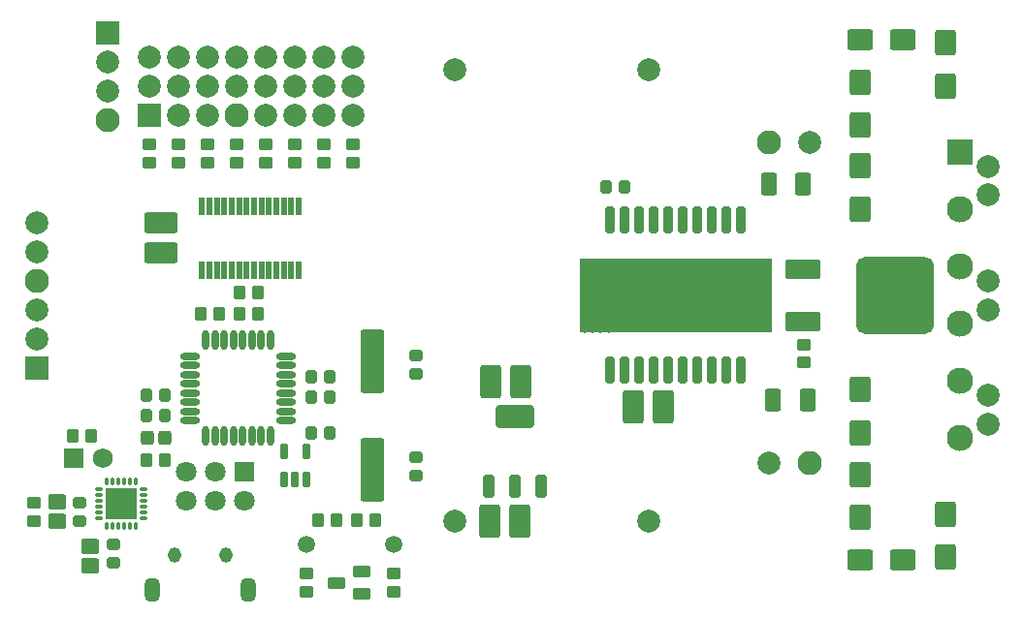
<source format=gbs>
G04 Layer_Color=16711935*
%FSLAX43Y43*%
%MOMM*%
G71*
G01*
G75*
%ADD74C,2.000*%
%ADD75C,2.103*%
G04:AMPARAMS|DCode=76|XSize=2mm|YSize=1.3mm|CornerRadius=0.41mm|HoleSize=0mm|Usage=FLASHONLY|Rotation=270.000|XOffset=0mm|YOffset=0mm|HoleType=Round|Shape=RoundedRectangle|*
%AMROUNDEDRECTD76*
21,1,2.000,0.480,0,0,270.0*
21,1,1.180,1.300,0,0,270.0*
1,1,0.820,-0.240,-0.590*
1,1,0.820,-0.240,0.590*
1,1,0.820,0.240,0.590*
1,1,0.820,0.240,-0.590*
%
%ADD76ROUNDEDRECTD76*%
%ADD77O,1.150X1.350*%
%ADD78R,1.800X1.800*%
%ADD79C,1.800*%
%ADD80C,1.500*%
%ADD81R,2.000X2.000*%
%ADD82C,0.100*%
%ADD83C,2.300*%
%ADD84R,2.300X2.300*%
%ADD85R,2.000X2.000*%
%ADD86C,1.751*%
%ADD87R,1.751X1.751*%
%ADD88C,0.800*%
G04:AMPARAMS|DCode=89|XSize=1.1mm|YSize=1.5mm|CornerRadius=0.175mm|HoleSize=0mm|Usage=FLASHONLY|Rotation=90.000|XOffset=0mm|YOffset=0mm|HoleType=Round|Shape=RoundedRectangle|*
%AMROUNDEDRECTD89*
21,1,1.100,1.150,0,0,90.0*
21,1,0.750,1.500,0,0,90.0*
1,1,0.350,0.575,0.375*
1,1,0.350,0.575,-0.375*
1,1,0.350,-0.575,-0.375*
1,1,0.350,-0.575,0.375*
%
%ADD89ROUNDEDRECTD89*%
G04:AMPARAMS|DCode=90|XSize=1.7mm|YSize=3.1mm|CornerRadius=0.25mm|HoleSize=0mm|Usage=FLASHONLY|Rotation=90.000|XOffset=0mm|YOffset=0mm|HoleType=Round|Shape=RoundedRectangle|*
%AMROUNDEDRECTD90*
21,1,1.700,2.600,0,0,90.0*
21,1,1.200,3.100,0,0,90.0*
1,1,0.500,1.300,0.600*
1,1,0.500,1.300,-0.600*
1,1,0.500,-1.300,-0.600*
1,1,0.500,-1.300,0.600*
%
%ADD90ROUNDEDRECTD90*%
G04:AMPARAMS|DCode=91|XSize=6.8mm|YSize=6.8mm|CornerRadius=0.887mm|HoleSize=0mm|Usage=FLASHONLY|Rotation=90.000|XOffset=0mm|YOffset=0mm|HoleType=Round|Shape=RoundedRectangle|*
%AMROUNDEDRECTD91*
21,1,6.800,5.025,0,0,90.0*
21,1,5.025,6.800,0,0,90.0*
1,1,1.775,2.513,2.513*
1,1,1.775,2.513,-2.513*
1,1,1.775,-2.513,-2.513*
1,1,1.775,-2.513,2.513*
%
%ADD91ROUNDEDRECTD91*%
%ADD92R,2.780X2.780*%
%ADD93O,0.700X0.300*%
%ADD94O,0.300X0.700*%
G04:AMPARAMS|DCode=95|XSize=5.6mm|YSize=2.1mm|CornerRadius=0.3mm|HoleSize=0mm|Usage=FLASHONLY|Rotation=90.000|XOffset=0mm|YOffset=0mm|HoleType=Round|Shape=RoundedRectangle|*
%AMROUNDEDRECTD95*
21,1,5.600,1.500,0,0,90.0*
21,1,5.000,2.100,0,0,90.0*
1,1,0.600,0.750,2.500*
1,1,0.600,0.750,-2.500*
1,1,0.600,-0.750,-2.500*
1,1,0.600,-0.750,2.500*
%
%ADD95ROUNDEDRECTD95*%
G04:AMPARAMS|DCode=96|XSize=1.04mm|YSize=1.13mm|CornerRadius=0.168mm|HoleSize=0mm|Usage=FLASHONLY|Rotation=180.000|XOffset=0mm|YOffset=0mm|HoleType=Round|Shape=RoundedRectangle|*
%AMROUNDEDRECTD96*
21,1,1.040,0.795,0,0,180.0*
21,1,0.705,1.130,0,0,180.0*
1,1,0.335,-0.352,0.398*
1,1,0.335,0.352,0.398*
1,1,0.335,0.352,-0.398*
1,1,0.335,-0.352,-0.398*
%
%ADD96ROUNDEDRECTD96*%
G04:AMPARAMS|DCode=97|XSize=1.04mm|YSize=1.13mm|CornerRadius=0.168mm|HoleSize=0mm|Usage=FLASHONLY|Rotation=90.000|XOffset=0mm|YOffset=0mm|HoleType=Round|Shape=RoundedRectangle|*
%AMROUNDEDRECTD97*
21,1,1.040,0.795,0,0,90.0*
21,1,0.705,1.130,0,0,90.0*
1,1,0.335,0.398,0.352*
1,1,0.335,0.398,-0.352*
1,1,0.335,-0.398,-0.352*
1,1,0.335,-0.398,0.352*
%
%ADD97ROUNDEDRECTD97*%
G04:AMPARAMS|DCode=98|XSize=0.81mm|YSize=2.29mm|CornerRadius=0.139mm|HoleSize=0mm|Usage=FLASHONLY|Rotation=0.000|XOffset=0mm|YOffset=0mm|HoleType=Round|Shape=RoundedRectangle|*
%AMROUNDEDRECTD98*
21,1,0.810,2.013,0,0,0.0*
21,1,0.532,2.290,0,0,0.0*
1,1,0.278,0.266,-1.006*
1,1,0.278,-0.266,-1.006*
1,1,0.278,-0.266,1.006*
1,1,0.278,0.266,1.006*
%
%ADD98ROUNDEDRECTD98*%
%ADD99R,16.750X6.450*%
G04:AMPARAMS|DCode=100|XSize=1.57mm|YSize=0.51mm|CornerRadius=0.101mm|HoleSize=0mm|Usage=FLASHONLY|Rotation=270.000|XOffset=0mm|YOffset=0mm|HoleType=Round|Shape=RoundedRectangle|*
%AMROUNDEDRECTD100*
21,1,1.570,0.307,0,0,270.0*
21,1,1.367,0.510,0,0,270.0*
1,1,0.203,-0.154,-0.684*
1,1,0.203,-0.154,0.684*
1,1,0.203,0.154,0.684*
1,1,0.203,0.154,-0.684*
%
%ADD100ROUNDEDRECTD100*%
G04:AMPARAMS|DCode=101|XSize=1.86mm|YSize=2.92mm|CornerRadius=0.27mm|HoleSize=0mm|Usage=FLASHONLY|Rotation=0.000|XOffset=0mm|YOffset=0mm|HoleType=Round|Shape=RoundedRectangle|*
%AMROUNDEDRECTD101*
21,1,1.860,2.380,0,0,0.0*
21,1,1.320,2.920,0,0,0.0*
1,1,0.540,0.660,-1.190*
1,1,0.540,-0.660,-1.190*
1,1,0.540,-0.660,1.190*
1,1,0.540,0.660,1.190*
%
%ADD101ROUNDEDRECTD101*%
G04:AMPARAMS|DCode=102|XSize=1.86mm|YSize=2.92mm|CornerRadius=0.27mm|HoleSize=0mm|Usage=FLASHONLY|Rotation=270.000|XOffset=0mm|YOffset=0mm|HoleType=Round|Shape=RoundedRectangle|*
%AMROUNDEDRECTD102*
21,1,1.860,2.380,0,0,270.0*
21,1,1.320,2.920,0,0,270.0*
1,1,0.540,-1.190,-0.660*
1,1,0.540,-1.190,0.660*
1,1,0.540,1.190,0.660*
1,1,0.540,1.190,-0.660*
%
%ADD102ROUNDEDRECTD102*%
G04:AMPARAMS|DCode=103|XSize=1.31mm|YSize=1.56mm|CornerRadius=0.201mm|HoleSize=0mm|Usage=FLASHONLY|Rotation=90.000|XOffset=0mm|YOffset=0mm|HoleType=Round|Shape=RoundedRectangle|*
%AMROUNDEDRECTD103*
21,1,1.310,1.157,0,0,90.0*
21,1,0.907,1.560,0,0,90.0*
1,1,0.403,0.579,0.454*
1,1,0.403,0.579,-0.454*
1,1,0.403,-0.579,-0.454*
1,1,0.403,-0.579,0.454*
%
%ADD103ROUNDEDRECTD103*%
G04:AMPARAMS|DCode=104|XSize=1.84mm|YSize=2.27mm|CornerRadius=0.268mm|HoleSize=0mm|Usage=FLASHONLY|Rotation=0.000|XOffset=0mm|YOffset=0mm|HoleType=Round|Shape=RoundedRectangle|*
%AMROUNDEDRECTD104*
21,1,1.840,1.735,0,0,0.0*
21,1,1.305,2.270,0,0,0.0*
1,1,0.535,0.652,-0.868*
1,1,0.535,-0.652,-0.868*
1,1,0.535,-0.652,0.868*
1,1,0.535,0.652,0.868*
%
%ADD104ROUNDEDRECTD104*%
G04:AMPARAMS|DCode=105|XSize=1.84mm|YSize=2.27mm|CornerRadius=0.268mm|HoleSize=0mm|Usage=FLASHONLY|Rotation=270.000|XOffset=0mm|YOffset=0mm|HoleType=Round|Shape=RoundedRectangle|*
%AMROUNDEDRECTD105*
21,1,1.840,1.735,0,0,270.0*
21,1,1.305,2.270,0,0,270.0*
1,1,0.535,-0.868,-0.652*
1,1,0.535,-0.868,0.652*
1,1,0.535,0.868,0.652*
1,1,0.535,0.868,-0.652*
%
%ADD105ROUNDEDRECTD105*%
G04:AMPARAMS|DCode=106|XSize=1.38mm|YSize=1.97mm|CornerRadius=0.21mm|HoleSize=0mm|Usage=FLASHONLY|Rotation=180.000|XOffset=0mm|YOffset=0mm|HoleType=Round|Shape=RoundedRectangle|*
%AMROUNDEDRECTD106*
21,1,1.380,1.550,0,0,180.0*
21,1,0.960,1.970,0,0,180.0*
1,1,0.420,-0.480,0.775*
1,1,0.420,0.480,0.775*
1,1,0.420,0.480,-0.775*
1,1,0.420,-0.480,-0.775*
%
%ADD106ROUNDEDRECTD106*%
G04:AMPARAMS|DCode=107|XSize=1.15mm|YSize=1.17mm|CornerRadius=0.181mm|HoleSize=0mm|Usage=FLASHONLY|Rotation=180.000|XOffset=0mm|YOffset=0mm|HoleType=Round|Shape=RoundedRectangle|*
%AMROUNDEDRECTD107*
21,1,1.150,0.807,0,0,180.0*
21,1,0.787,1.170,0,0,180.0*
1,1,0.362,-0.394,0.404*
1,1,0.362,0.394,0.404*
1,1,0.362,0.394,-0.404*
1,1,0.362,-0.394,-0.404*
%
%ADD107ROUNDEDRECTD107*%
G04:AMPARAMS|DCode=108|XSize=3.37mm|YSize=1.95mm|CornerRadius=0.281mm|HoleSize=0mm|Usage=FLASHONLY|Rotation=180.000|XOffset=0mm|YOffset=0mm|HoleType=Round|Shape=RoundedRectangle|*
%AMROUNDEDRECTD108*
21,1,3.370,1.387,0,0,180.0*
21,1,2.808,1.950,0,0,180.0*
1,1,0.563,-1.404,0.694*
1,1,0.563,1.404,0.694*
1,1,0.563,1.404,-0.694*
1,1,0.563,-1.404,-0.694*
%
%ADD108ROUNDEDRECTD108*%
G04:AMPARAMS|DCode=109|XSize=1.07mm|YSize=1.95mm|CornerRadius=0.171mm|HoleSize=0mm|Usage=FLASHONLY|Rotation=180.000|XOffset=0mm|YOffset=0mm|HoleType=Round|Shape=RoundedRectangle|*
%AMROUNDEDRECTD109*
21,1,1.070,1.607,0,0,180.0*
21,1,0.728,1.950,0,0,180.0*
1,1,0.343,-0.364,0.804*
1,1,0.343,0.364,0.804*
1,1,0.343,0.364,-0.804*
1,1,0.343,-0.364,-0.804*
%
%ADD109ROUNDEDRECTD109*%
G04:AMPARAMS|DCode=110|XSize=0.71mm|YSize=1.36mm|CornerRadius=0.126mm|HoleSize=0mm|Usage=FLASHONLY|Rotation=0.000|XOffset=0mm|YOffset=0mm|HoleType=Round|Shape=RoundedRectangle|*
%AMROUNDEDRECTD110*
21,1,0.710,1.107,0,0,0.0*
21,1,0.458,1.360,0,0,0.0*
1,1,0.253,0.229,-0.554*
1,1,0.253,-0.229,-0.554*
1,1,0.253,-0.229,0.554*
1,1,0.253,0.229,0.554*
%
%ADD110ROUNDEDRECTD110*%
G04:AMPARAMS|DCode=111|XSize=1.02mm|YSize=1.18mm|CornerRadius=0.165mm|HoleSize=0mm|Usage=FLASHONLY|Rotation=0.000|XOffset=0mm|YOffset=0mm|HoleType=Round|Shape=RoundedRectangle|*
%AMROUNDEDRECTD111*
21,1,1.020,0.850,0,0,0.0*
21,1,0.690,1.180,0,0,0.0*
1,1,0.330,0.345,-0.425*
1,1,0.330,-0.345,-0.425*
1,1,0.330,-0.345,0.425*
1,1,0.330,0.345,0.425*
%
%ADD111ROUNDEDRECTD111*%
G04:AMPARAMS|DCode=112|XSize=1.02mm|YSize=1.18mm|CornerRadius=0.165mm|HoleSize=0mm|Usage=FLASHONLY|Rotation=90.000|XOffset=0mm|YOffset=0mm|HoleType=Round|Shape=RoundedRectangle|*
%AMROUNDEDRECTD112*
21,1,1.020,0.850,0,0,90.0*
21,1,0.690,1.180,0,0,90.0*
1,1,0.330,0.425,0.345*
1,1,0.330,0.425,-0.345*
1,1,0.330,-0.425,-0.345*
1,1,0.330,-0.425,0.345*
%
%ADD112ROUNDEDRECTD112*%
%ADD113O,1.750X0.650*%
%ADD114O,0.650X1.750*%
D74*
X70400Y41400D02*
D03*
X66900Y13400D02*
D03*
X56400Y47786D02*
D03*
X39400D02*
D03*
X56400Y8286D02*
D03*
X39400D02*
D03*
X2900Y34391D02*
D03*
Y26771D02*
D03*
Y24231D02*
D03*
Y31851D02*
D03*
X9150Y45890D02*
D03*
X9150Y48430D02*
D03*
X85976Y29286D02*
D03*
Y26786D02*
D03*
Y19286D02*
D03*
Y16786D02*
D03*
Y39286D02*
D03*
Y36786D02*
D03*
X15290Y43750D02*
D03*
X17830D02*
D03*
X20370Y46290D02*
D03*
X17830D02*
D03*
X15290D02*
D03*
X12750D02*
D03*
Y48830D02*
D03*
X15290D02*
D03*
X17830D02*
D03*
X20370D02*
D03*
X27990D02*
D03*
X30530D02*
D03*
X25450D02*
D03*
X22910D02*
D03*
Y46290D02*
D03*
X25450D02*
D03*
X30530D02*
D03*
X27990D02*
D03*
Y43750D02*
D03*
X30530D02*
D03*
X25450D02*
D03*
X22910D02*
D03*
D75*
X66900Y41400D02*
D03*
X70400Y13400D02*
D03*
X2900Y29311D02*
D03*
X9150Y43350D02*
D03*
X20370Y43750D02*
D03*
D76*
X21375Y2300D02*
D03*
X13025Y2300D02*
D03*
D77*
X14975Y5300D02*
D03*
X19425D02*
D03*
D78*
X21040Y12575D02*
D03*
D79*
X18500D02*
D03*
X15960D02*
D03*
X15960Y10035D02*
D03*
X18500Y10035D02*
D03*
X21040Y10035D02*
D03*
D80*
X34100Y6300D02*
D03*
X26500D02*
D03*
D81*
X2900Y21691D02*
D03*
X9150Y50970D02*
D03*
D82*
X3500Y3500D02*
D03*
Y52500D02*
D03*
X61500D02*
D03*
Y3500D02*
D03*
D83*
X83576Y20536D02*
D03*
X83576Y30536D02*
D03*
X83576Y35536D02*
D03*
X83576Y25536D02*
D03*
Y15536D02*
D03*
D84*
Y40536D02*
D03*
D85*
X12750Y43750D02*
D03*
D86*
X8670Y13800D02*
D03*
D87*
X6130D02*
D03*
D88*
X51467Y28664D02*
D03*
X50767Y28664D02*
D03*
X52167Y28664D02*
D03*
X51467Y27964D02*
D03*
X50767Y27964D02*
D03*
X52167Y27964D02*
D03*
X51467Y27264D02*
D03*
X50767Y27264D02*
D03*
X52167Y27264D02*
D03*
X51467Y26564D02*
D03*
X50767Y26564D02*
D03*
X52167Y26564D02*
D03*
Y25164D02*
D03*
Y25864D02*
D03*
X50767Y25864D02*
D03*
X51467Y25864D02*
D03*
X50767Y25164D02*
D03*
X51467Y25164D02*
D03*
X52167Y29364D02*
D03*
X50767Y29364D02*
D03*
X51467Y29364D02*
D03*
X52167Y30064D02*
D03*
X50767Y30064D02*
D03*
X51467Y30064D02*
D03*
X52167Y30764D02*
D03*
X50767Y30764D02*
D03*
X51467Y30764D02*
D03*
X52867Y30764D02*
D03*
Y30064D02*
D03*
Y29364D02*
D03*
Y25164D02*
D03*
Y25864D02*
D03*
Y26564D02*
D03*
Y27264D02*
D03*
Y27964D02*
D03*
Y28664D02*
D03*
D89*
X29100Y2900D02*
D03*
X31300Y1950D02*
D03*
Y3850D02*
D03*
D90*
X69850Y25700D02*
D03*
Y30300D02*
D03*
D91*
X77852Y28000D02*
D03*
D92*
X10300Y9800D02*
D03*
D93*
X12250Y8550D02*
D03*
Y9050D02*
D03*
Y9550D02*
D03*
Y10050D02*
D03*
Y10550D02*
D03*
Y11050D02*
D03*
X8350D02*
D03*
Y10550D02*
D03*
Y10050D02*
D03*
Y9550D02*
D03*
Y9050D02*
D03*
Y8550D02*
D03*
D94*
X11550Y11750D02*
D03*
X11050D02*
D03*
X10550D02*
D03*
X10050D02*
D03*
X9550D02*
D03*
X9050D02*
D03*
Y7850D02*
D03*
X9550D02*
D03*
X10050D02*
D03*
X10550D02*
D03*
X11050D02*
D03*
X11550D02*
D03*
D95*
X32200Y22250D02*
D03*
Y12750D02*
D03*
D96*
X28500Y20900D02*
D03*
X26900Y20900D02*
D03*
X28500Y19100D02*
D03*
X26900Y19100D02*
D03*
X52650Y37500D02*
D03*
X54250D02*
D03*
X28500Y16000D02*
D03*
X26900Y16000D02*
D03*
X12532Y19275D02*
D03*
X14132Y19275D02*
D03*
X12532Y17503D02*
D03*
X14132D02*
D03*
D97*
X9600Y4665D02*
D03*
X9600Y6265D02*
D03*
X6700Y8300D02*
D03*
X6700Y9900D02*
D03*
X36000Y22750D02*
D03*
X36000Y21150D02*
D03*
X36000Y12250D02*
D03*
Y13850D02*
D03*
D98*
X52985Y34586D02*
D03*
X54255D02*
D03*
X55525D02*
D03*
X56795D02*
D03*
X58065D02*
D03*
X59335D02*
D03*
X60605D02*
D03*
X61875D02*
D03*
X63145D02*
D03*
X64415D02*
D03*
X52985Y21486D02*
D03*
X54255D02*
D03*
X55525D02*
D03*
X56795D02*
D03*
X58065D02*
D03*
X59335D02*
D03*
X60605D02*
D03*
X61875D02*
D03*
X63145D02*
D03*
X64415D02*
D03*
D99*
X58700Y28036D02*
D03*
D100*
X21250Y30230D02*
D03*
X21250Y35850D02*
D03*
X20600D02*
D03*
X17350D02*
D03*
X18000D02*
D03*
X18650D02*
D03*
X20600Y30230D02*
D03*
X17350D02*
D03*
X18000D02*
D03*
X18650D02*
D03*
X19300Y35850D02*
D03*
X19950D02*
D03*
X19300Y30230D02*
D03*
X19950D02*
D03*
X23850Y35850D02*
D03*
X23200D02*
D03*
X22550D02*
D03*
X21900D02*
D03*
X24500D02*
D03*
X25150D02*
D03*
X24500Y30230D02*
D03*
X21900D02*
D03*
X22550D02*
D03*
X23200D02*
D03*
X23850D02*
D03*
X25800Y35850D02*
D03*
Y30230D02*
D03*
X25150D02*
D03*
D101*
X57595Y18300D02*
D03*
X55005D02*
D03*
X45095Y8300D02*
D03*
X42505D02*
D03*
X42555Y20500D02*
D03*
X45145D02*
D03*
D102*
X13750Y31770D02*
D03*
Y34360D02*
D03*
D103*
X7610Y6105D02*
D03*
X7610Y4415D02*
D03*
X4700Y9945D02*
D03*
X4700Y8255D02*
D03*
D104*
X74800Y8620D02*
D03*
Y12380D02*
D03*
Y16020D02*
D03*
Y19780D02*
D03*
X82300Y5120D02*
D03*
Y8880D02*
D03*
X74800Y46680D02*
D03*
Y42920D02*
D03*
X82300Y50080D02*
D03*
Y46320D02*
D03*
X74800Y39330D02*
D03*
Y35570D02*
D03*
D105*
X74820Y4900D02*
D03*
X78580D02*
D03*
X74820Y50400D02*
D03*
X78580D02*
D03*
D106*
X67228Y18876D02*
D03*
X70228D02*
D03*
X66828Y37776D02*
D03*
X69828D02*
D03*
D107*
X12567Y15603D02*
D03*
X14087Y15603D02*
D03*
D108*
X44695Y17474D02*
D03*
D109*
X42384Y11376D02*
D03*
X44695Y11376D02*
D03*
X47006Y11376D02*
D03*
D110*
X26450Y11925D02*
D03*
X25500D02*
D03*
X24550Y11925D02*
D03*
X24550Y14375D02*
D03*
X26450Y14375D02*
D03*
D111*
X30900Y8400D02*
D03*
X32500Y8400D02*
D03*
X27500Y8400D02*
D03*
X29100Y8400D02*
D03*
X20600Y26425D02*
D03*
X22200Y26425D02*
D03*
X18850Y26400D02*
D03*
X17250D02*
D03*
X22200Y28250D02*
D03*
X20600D02*
D03*
X14107Y13650D02*
D03*
X12507Y13650D02*
D03*
X6100Y15703D02*
D03*
X7700Y15703D02*
D03*
D112*
X69950Y22139D02*
D03*
X69950Y23739D02*
D03*
X2675Y9875D02*
D03*
Y8275D02*
D03*
X12750Y41225D02*
D03*
Y39625D02*
D03*
X15290Y41225D02*
D03*
Y39625D02*
D03*
X26500Y2100D02*
D03*
X26500Y3700D02*
D03*
X34100Y2100D02*
D03*
X34100Y3700D02*
D03*
X17830Y41225D02*
D03*
Y39625D02*
D03*
X20370Y41225D02*
D03*
Y39625D02*
D03*
X22910Y41225D02*
D03*
Y39625D02*
D03*
X25450Y41225D02*
D03*
Y39625D02*
D03*
X27990Y41225D02*
D03*
Y39625D02*
D03*
X30530Y41225D02*
D03*
Y39625D02*
D03*
D113*
X24700Y22700D02*
D03*
X24700Y21900D02*
D03*
Y21100D02*
D03*
X24700Y20300D02*
D03*
X24700Y19500D02*
D03*
Y18700D02*
D03*
X24700Y17900D02*
D03*
X24700Y17100D02*
D03*
X16300Y17100D02*
D03*
Y17900D02*
D03*
X16300Y18700D02*
D03*
X16300Y19500D02*
D03*
X16300Y20300D02*
D03*
X16300Y21100D02*
D03*
X16300Y21900D02*
D03*
X16300Y22700D02*
D03*
D114*
X23300Y15700D02*
D03*
X22500Y15700D02*
D03*
X21700Y15700D02*
D03*
X20900Y15700D02*
D03*
X20100Y15700D02*
D03*
X19300Y15700D02*
D03*
X18500Y15700D02*
D03*
X17700Y15700D02*
D03*
X17700Y24100D02*
D03*
X18500Y24100D02*
D03*
X19300Y24100D02*
D03*
X20100Y24100D02*
D03*
X20900D02*
D03*
X21700Y24100D02*
D03*
X22500Y24100D02*
D03*
X23300Y24100D02*
D03*
M02*

</source>
